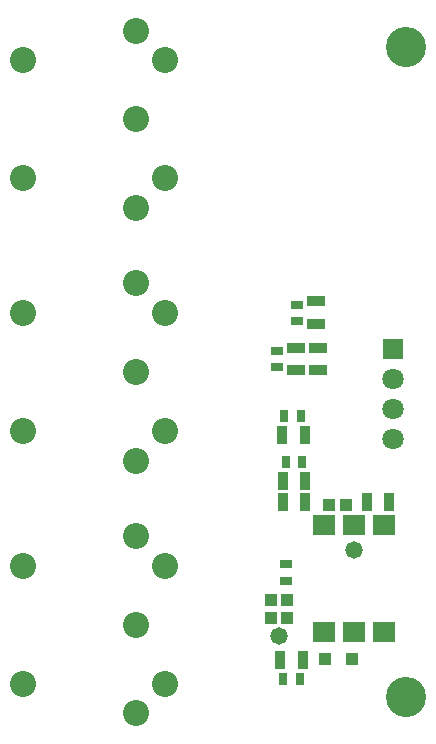
<source format=gts>
G04*
G04 #@! TF.GenerationSoftware,Altium Limited,Altium Designer,21.4.1 (30)*
G04*
G04 Layer_Color=8388736*
%FSLAX25Y25*%
%MOIN*%
G70*
G04*
G04 #@! TF.SameCoordinates,A48B96B0-5CB6-46A1-959F-C16CD1BF0AD3*
G04*
G04*
G04 #@! TF.FilePolarity,Negative*
G04*
G01*
G75*
%ADD13R,0.03950X0.03162*%
%ADD14R,0.05918X0.03556*%
%ADD15R,0.03162X0.03950*%
%ADD16R,0.03556X0.05918*%
%ADD17R,0.03950X0.03950*%
%ADD18R,0.07808X0.06784*%
%ADD19R,0.03950X0.03950*%
%ADD20R,0.03950X0.04343*%
%ADD21C,0.13398*%
%ADD22R,0.07099X0.07099*%
%ADD23C,0.07099*%
%ADD24C,0.08674*%
%ADD25C,0.05800*%
D13*
X103543Y142913D02*
D03*
Y148425D02*
D03*
X96850Y127559D02*
D03*
Y133071D02*
D03*
X99606Y61811D02*
D03*
Y56299D02*
D03*
D14*
X109843Y149606D02*
D03*
Y142126D02*
D03*
X103150Y134055D02*
D03*
Y126575D02*
D03*
X110236Y134055D02*
D03*
Y126575D02*
D03*
D15*
X104724Y111417D02*
D03*
X99213D02*
D03*
X105118Y96063D02*
D03*
X99606D02*
D03*
X98819Y23622D02*
D03*
X104331D02*
D03*
D16*
X98425Y105118D02*
D03*
X105905D02*
D03*
X106102Y89764D02*
D03*
X98622D02*
D03*
X106102Y82677D02*
D03*
X98622D02*
D03*
X126575D02*
D03*
X134055D02*
D03*
X105315Y29921D02*
D03*
X97835D02*
D03*
D17*
X113976Y81496D02*
D03*
X119882D02*
D03*
D18*
X132441Y74823D02*
D03*
X122441D02*
D03*
X112441D02*
D03*
X132441Y39350D02*
D03*
X122441D02*
D03*
X112441D02*
D03*
D19*
X94882Y49803D02*
D03*
Y43898D02*
D03*
X100000Y49803D02*
D03*
Y43898D02*
D03*
D20*
X121850Y30315D02*
D03*
X112795D02*
D03*
D21*
X139764Y234252D02*
D03*
Y17717D02*
D03*
D22*
X135433Y133465D02*
D03*
D23*
Y123465D02*
D03*
Y113465D02*
D03*
Y103465D02*
D03*
D24*
X12205Y229921D02*
D03*
Y190551D02*
D03*
X59449Y229921D02*
D03*
Y190551D02*
D03*
X49606Y239764D02*
D03*
Y210236D02*
D03*
Y180709D02*
D03*
X12205Y145669D02*
D03*
Y106299D02*
D03*
X59449Y145669D02*
D03*
Y106299D02*
D03*
X49606Y155512D02*
D03*
Y125984D02*
D03*
Y96457D02*
D03*
X12211Y61417D02*
D03*
Y22047D02*
D03*
X59455Y61417D02*
D03*
Y22047D02*
D03*
X49613Y71260D02*
D03*
Y41732D02*
D03*
Y12205D02*
D03*
D25*
X122441Y66535D02*
D03*
X97244Y37795D02*
D03*
M02*

</source>
